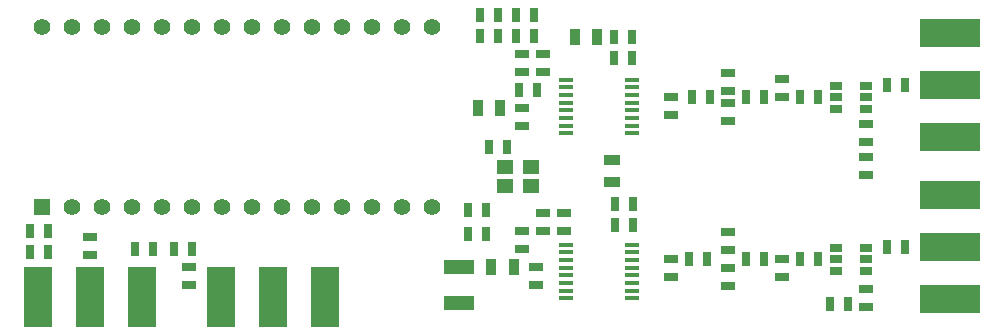
<source format=gts>
%FSLAX34Y34*%
G04 Gerber Fmt 3.4, Leading zero omitted, Abs format*
G04 (created by PCBNEW (2014-03-19 BZR 4756)-product) date Thu 19 Jun 2014 10:11:17 PM AKDT*
%MOIN*%
G01*
G70*
G90*
G04 APERTURE LIST*
%ADD10C,0.005906*%
%ADD11R,0.055118X0.047244*%
%ADD12R,0.045000X0.025000*%
%ADD13R,0.025000X0.045000*%
%ADD14R,0.100000X0.050000*%
%ADD15R,0.050000X0.015000*%
%ADD16R,0.039400X0.027600*%
%ADD17R,0.055000X0.055000*%
%ADD18C,0.055000*%
%ADD19R,0.094488X0.200787*%
%ADD20R,0.200787X0.094488*%
%ADD21R,0.035000X0.055000*%
%ADD22R,0.055000X0.035000*%
G04 APERTURE END LIST*
G54D10*
G54D11*
X62116Y-31614D03*
X62983Y-31614D03*
X62116Y-30985D03*
X62983Y-30985D03*
G54D12*
X63150Y-34300D03*
X63150Y-34900D03*
X62700Y-29000D03*
X62700Y-29600D03*
X62700Y-33700D03*
X62700Y-33100D03*
G54D13*
X63200Y-28400D03*
X62600Y-28400D03*
G54D12*
X64100Y-33100D03*
X64100Y-32500D03*
X63400Y-27800D03*
X63400Y-27200D03*
G54D13*
X61600Y-30300D03*
X62200Y-30300D03*
X65800Y-32900D03*
X66400Y-32900D03*
X65750Y-27350D03*
X66350Y-27350D03*
X65800Y-32200D03*
X66400Y-32200D03*
X65750Y-26650D03*
X66350Y-26650D03*
X72550Y-34050D03*
X71950Y-34050D03*
X72550Y-28650D03*
X71950Y-28650D03*
G54D12*
X74150Y-29550D03*
X74150Y-30150D03*
G54D13*
X75450Y-28250D03*
X74850Y-28250D03*
G54D12*
X74150Y-35050D03*
X74150Y-35650D03*
G54D13*
X75450Y-33650D03*
X74850Y-33650D03*
G54D14*
X60600Y-34300D03*
X60600Y-35500D03*
G54D13*
X61300Y-25900D03*
X61900Y-25900D03*
X61300Y-26600D03*
X61900Y-26600D03*
G54D12*
X63400Y-33100D03*
X63400Y-32500D03*
X62700Y-27800D03*
X62700Y-27200D03*
X67650Y-34050D03*
X67650Y-34650D03*
X67650Y-28650D03*
X67650Y-29250D03*
G54D13*
X68850Y-34050D03*
X68250Y-34050D03*
X68950Y-28650D03*
X68350Y-28650D03*
G54D12*
X69550Y-33750D03*
X69550Y-33150D03*
X69550Y-28850D03*
X69550Y-29450D03*
X69550Y-34950D03*
X69550Y-34350D03*
X69550Y-27850D03*
X69550Y-28450D03*
G54D13*
X70750Y-34050D03*
X70150Y-34050D03*
X70750Y-28650D03*
X70150Y-28650D03*
G54D12*
X71350Y-34650D03*
X71350Y-34050D03*
X71350Y-28050D03*
X71350Y-28650D03*
G54D13*
X46300Y-33800D03*
X46900Y-33800D03*
G54D12*
X51600Y-34900D03*
X51600Y-34300D03*
X48300Y-33300D03*
X48300Y-33900D03*
G54D13*
X51100Y-33700D03*
X51700Y-33700D03*
X46300Y-33100D03*
X46900Y-33100D03*
X49800Y-33700D03*
X50400Y-33700D03*
G54D12*
X74150Y-30650D03*
X74150Y-31250D03*
G54D13*
X73550Y-35550D03*
X72950Y-35550D03*
X60900Y-33200D03*
X61500Y-33200D03*
X60900Y-32400D03*
X61500Y-32400D03*
X63100Y-25900D03*
X62500Y-25900D03*
X63100Y-26600D03*
X62500Y-26600D03*
G54D15*
X64148Y-33554D03*
X64148Y-33810D03*
X64148Y-34066D03*
X64148Y-34322D03*
X64148Y-34578D03*
X64148Y-34834D03*
X64148Y-35090D03*
X64148Y-35346D03*
X66352Y-35346D03*
X66352Y-35090D03*
X66352Y-34834D03*
X66352Y-34578D03*
X66352Y-34322D03*
X66352Y-34066D03*
X66352Y-33810D03*
X66352Y-33554D03*
X64148Y-28054D03*
X64148Y-28310D03*
X64148Y-28566D03*
X64148Y-28822D03*
X64148Y-29078D03*
X64148Y-29334D03*
X64148Y-29590D03*
X64148Y-29846D03*
X66352Y-29846D03*
X66352Y-29590D03*
X66352Y-29334D03*
X66352Y-29078D03*
X66352Y-28822D03*
X66352Y-28566D03*
X66352Y-28310D03*
X66352Y-28054D03*
G54D16*
X73150Y-29025D03*
X73150Y-28650D03*
X73150Y-28275D03*
X74150Y-28275D03*
X74150Y-28650D03*
X74150Y-29025D03*
X73150Y-34425D03*
X73150Y-34050D03*
X73150Y-33675D03*
X74150Y-33675D03*
X74150Y-34050D03*
X74150Y-34425D03*
G54D17*
X46700Y-32300D03*
G54D18*
X47700Y-32300D03*
X48700Y-32300D03*
X49700Y-32300D03*
X50700Y-32300D03*
X51700Y-32300D03*
X52700Y-32300D03*
X53700Y-32300D03*
X54700Y-32300D03*
X55700Y-32300D03*
X56700Y-32300D03*
X57700Y-32300D03*
X58700Y-32300D03*
X59700Y-32300D03*
X59700Y-26300D03*
X58700Y-26300D03*
X57700Y-26300D03*
X56700Y-26300D03*
X55700Y-26300D03*
X54700Y-26300D03*
X53700Y-26300D03*
X52700Y-26300D03*
X51700Y-26300D03*
X50700Y-26300D03*
X49700Y-26300D03*
X48700Y-26300D03*
X47700Y-26300D03*
X46700Y-26300D03*
G54D19*
X48300Y-35300D03*
X46567Y-35300D03*
X50032Y-35300D03*
X54400Y-35300D03*
X56132Y-35300D03*
X52667Y-35300D03*
G54D20*
X76950Y-28250D03*
X76950Y-26517D03*
X76950Y-29982D03*
X76950Y-33650D03*
X76950Y-31917D03*
X76950Y-35382D03*
G54D21*
X61675Y-34300D03*
X62425Y-34300D03*
X61225Y-29000D03*
X61975Y-29000D03*
G54D22*
X65700Y-30725D03*
X65700Y-31475D03*
G54D21*
X64450Y-26650D03*
X65200Y-26650D03*
M02*

</source>
